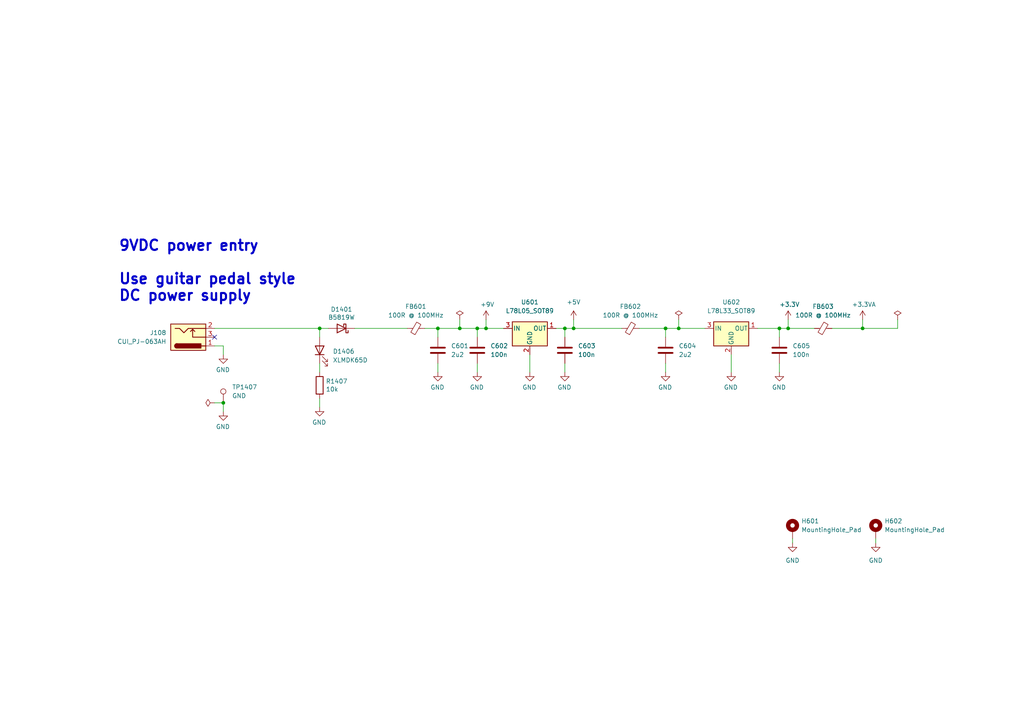
<source format=kicad_sch>
(kicad_sch (version 20230121) (generator eeschema)
  (paper "A4")
  (title_block (title "Ribbon Controller Main Board") (date "2023-03-28") (rev "0") (comment 1 "creativecommons.org/licenses/by/4.0") (comment 2 "license: CC by 4.0") (comment 3 "Author: Jordan Aceto"))
  (lib_symbols
    (symbol "Connector:TestPoint" (pin_numbers hide) (pin_names (offset 0.762) hide)
      (property "Reference" "TP" (at 0 6.858 0))
      (property "Value" "TestPoint" (at 0 5.08 0))
      (symbol "TestPoint_0_1"
        (circle (center 0 3.302) (radius 0.762))
      )
      (symbol "TestPoint_1_1"
        (pin passive line (at 0 0 90) (length 2.54) (name "1") (number "1"))
      )
    )
    (symbol "Device:C" (pin_numbers hide) (pin_names (offset 0.254))
      (property "Reference" "C" (at 0.635 2.54 0))
      (property "Value" "C" (at 0.635 -2.54 0))
      (symbol "C_0_1"
        (polyline (pts (xy -2.032 -0.762) (xy 2.032 -0.762)) (stroke (width 0.508)))
        (polyline (pts (xy -2.032 0.762) (xy 2.032 0.762)) (stroke (width 0.508)))
      )
      (symbol "C_1_1"
        (pin passive line (at 0 3.81 270) (length 2.794) (name "~") (number "1"))
        (pin passive line (at 0 -3.81 90) (length 2.794) (name "~") (number "2"))
      )
    )
    (symbol "Device:D_Schottky" (pin_numbers hide) (pin_names (offset 1.016) hide)
      (property "Reference" "D" (at 0 2.54 0))
      (property "Value" "D_Schottky" (at 0 -2.54 0))
      (symbol "D_Schottky_0_1"
        (polyline (pts (xy 1.27 0) (xy -1.27 0)))
        (polyline (pts (xy 1.27 1.27) (xy 1.27 -1.27) (xy -1.27 0) (xy 1.27 1.27)) (stroke (width 0.254)))
        (polyline (pts (xy -1.905 0.635) (xy -1.905 1.27) (xy -1.27 1.27) (xy -1.27 -1.27) (xy -0.635 -1.27) (xy -0.635 -0.635)) (stroke (width 0.254)))
      )
      (symbol "D_Schottky_1_1"
        (pin passive line (at -3.81 0 0) (length 2.54) (name "K") (number "1"))
        (pin passive line (at 3.81 0 180) (length 2.54) (name "A") (number "2"))
      )
    )
    (symbol "Device:FerriteBead_Small" (pin_numbers hide) (pin_names (offset 0))
      (property "Reference" "FB" (at 1.905 1.27 0))
      (property "Value" "FerriteBead_Small" (at 1.905 -1.27 0))
      (symbol "FerriteBead_Small_0_1"
        (polyline (pts (xy 0 -1.27) (xy 0 -0.7874)))
        (polyline (pts (xy 0 0.889) (xy 0 1.2954)))
        (polyline (pts (xy -1.8288 0.2794) (xy -1.1176 1.4986) (xy 1.8288 -0.2032) (xy 1.1176 -1.4224) (xy -1.8288 0.2794)))
      )
      (symbol "FerriteBead_Small_1_1"
        (pin passive line (at 0 2.54 270) (length 1.27) (name "~") (number "1"))
        (pin passive line (at 0 -2.54 90) (length 1.27) (name "~") (number "2"))
      )
    )
    (symbol "Device:LED" (pin_numbers hide) (pin_names (offset 1.016) hide)
      (property "Reference" "D" (at 0 2.54 0))
      (property "Value" "LED" (at 0 -2.54 0))
      (symbol "LED_0_1"
        (polyline (pts (xy -1.27 -1.27) (xy -1.27 1.27)) (stroke (width 0.254)))
        (polyline (pts (xy -1.27 0) (xy 1.27 0)))
        (polyline (pts (xy 1.27 -1.27) (xy 1.27 1.27) (xy -1.27 0) (xy 1.27 -1.27)) (stroke (width 0.254)))
        (polyline (pts (xy -3.048 -0.762) (xy -4.572 -2.286) (xy -3.81 -2.286) (xy -4.572 -2.286) (xy -4.572 -1.524)))
        (polyline (pts (xy -1.778 -0.762) (xy -3.302 -2.286) (xy -2.54 -2.286) (xy -3.302 -2.286) (xy -3.302 -1.524)))
      )
      (symbol "LED_1_1"
        (pin passive line (at -3.81 0 0) (length 2.54) (name "K") (number "1"))
        (pin passive line (at 3.81 0 180) (length 2.54) (name "A") (number "2"))
      )
    )
    (symbol "Device:R" (pin_numbers hide) (pin_names (offset 0))
      (property "Reference" "R" (at 2.032 0 90))
      (property "Value" "R" (at 0 0 90))
      (symbol "R_0_1"
        (rectangle (start -1.016 -2.54) (end 1.016 2.54) (stroke (width 0.254)))
      )
      (symbol "R_1_1"
        (pin passive line (at 0 3.81 270) (length 1.27) (name "~") (number "1"))
        (pin passive line (at 0 -3.81 90) (length 1.27) (name "~") (number "2"))
      )
    )
    (symbol "Mechanical:MountingHole_Pad" (pin_numbers hide) (pin_names (offset 1.016) hide)
      (property "Reference" "H" (at 0 6.35 0))
      (property "Value" "MountingHole_Pad" (at 0 4.445 0))
      (symbol "MountingHole_Pad_0_1"
        (circle (center 0 1.27) (radius 1.27) (stroke (width 1.27)))
      )
      (symbol "MountingHole_Pad_1_1"
        (pin input line (at 0 -2.54 90) (length 2.54) (name "1") (number "1"))
      )
    )
    (symbol "Regulator_Linear:L78L05_SOT89" (pin_names (offset 0.254))
      (property "Reference" "U" (at -3.81 3.175 0))
      (property "Value" "L78L05_SOT89" (at -0.635 3.175 0))
      (symbol "L78L05_SOT89_0_1"
        (rectangle (start -5.08 1.905) (end 5.08 -5.08) (stroke (width 0.254)) (fill (type background)))
      )
      (symbol "L78L05_SOT89_1_1"
        (pin power_out line (at 7.62 0 180) (length 2.54) (name "OUT") (number "1"))
        (pin power_in line (at 0 -7.62 90) (length 2.54) (name "GND") (number "2"))
        (pin power_in line (at -7.62 0 0) (length 2.54) (name "IN") (number "3"))
      )
    )
    (symbol "Regulator_Linear:L78L33_SOT89" (pin_names (offset 0.254))
      (property "Reference" "U" (at -3.81 3.175 0))
      (property "Value" "L78L33_SOT89" (at -0.635 3.175 0))
      (symbol "L78L33_SOT89_0_1"
        (rectangle (start -5.08 1.905) (end 5.08 -5.08) (stroke (width 0.254)) (fill (type background)))
      )
      (symbol "L78L33_SOT89_1_1"
        (pin power_out line (at 7.62 0 180) (length 2.54) (name "OUT") (number "1"))
        (pin power_in line (at 0 -7.62 90) (length 2.54) (name "GND") (number "2"))
        (pin power_in line (at -7.62 0 0) (length 2.54) (name "IN") (number "3"))
      )
    )
    (symbol "custom_symbols:PJ-011A" (pin_names hide)
      (property "Reference" "J?" (at -6.35 1.2701 0))
      (property "Value" "PJ-011A" (at -6.35 -1.2699 0))
      (symbol "PJ-011A_0_1"
        (rectangle (start -5.08 3.81) (end 5.08 -3.81) (stroke (width 0.254)) (fill (type background)))
        (arc (start -3.302 3.175) (mid -3.9343 2.54) (end -3.302 1.905) (stroke (width 0.254)))
        (arc (start -3.302 3.175) (mid -3.9343 2.54) (end -3.302 1.905) (stroke (width 0.254)) (fill (type outline)))
        (polyline (pts (xy 1.27 -2.286) (xy 1.905 -1.651)) (stroke (width 0.254)))
        (polyline (pts (xy 5.08 2.54) (xy 3.81 2.54)) (stroke (width 0.254)))
        (polyline (pts (xy 5.08 0) (xy 1.27 0) (xy 1.27 -2.286) (xy 0.635 -1.651)) (stroke (width 0.254)))
        (polyline (pts (xy -3.81 -2.54) (xy -2.54 -2.54) (xy -1.27 -1.27) (xy 0 -2.54) (xy 2.54 -2.54) (xy 5.08 -2.54)) (stroke (width 0.254)))
        (rectangle (start 3.683 3.175) (end -3.302 1.905) (stroke (width 0.254)) (fill (type outline)))
      )
      (symbol "PJ-011A_1_1"
        (pin passive line (at 7.62 2.54 180) (length 2.54) (name "~") (number "1"))
        (pin passive line (at 7.62 -2.54 180) (length 2.54) (name "~") (number "2"))
        (pin passive line (at 7.62 0 180) (length 2.54) (name "~") (number "3"))
      )
    )
    (symbol "power:+3.3V" (power) (pin_names (offset 0))
      (property "Value" "+3.3V" (at 0 3.556 0))
      (symbol "+3.3V_0_1"
        (polyline (pts (xy -0.762 1.27) (xy 0 2.54)))
        (polyline (pts (xy 0 0) (xy 0 2.54)))
        (polyline (pts (xy 0 2.54) (xy 0.762 1.27)))
      )
      (symbol "+3.3V_1_1"
        (pin power_in line (at 0 0 90) (length 0) hide (name "+3.3V") (number "1"))
      )
    )
    (symbol "power:+3.3VA" (power) (pin_names (offset 0))
      (property "Value" "+3.3VA" (at 0 3.556 0))
      (symbol "+3.3VA_0_1"
        (polyline (pts (xy -0.762 1.27) (xy 0 2.54)))
        (polyline (pts (xy 0 0) (xy 0 2.54)))
        (polyline (pts (xy 0 2.54) (xy 0.762 1.27)))
      )
      (symbol "+3.3VA_1_1"
        (pin power_in line (at 0 0 90) (length 0) hide (name "+3.3VA") (number "1"))
      )
    )
    (symbol "power:+5V" (power) (pin_names (offset 0))
      (property "Value" "+5V" (at 0 3.556 0))
      (symbol "+5V_0_1"
        (polyline (pts (xy -0.762 1.27) (xy 0 2.54)))
        (polyline (pts (xy 0 0) (xy 0 2.54)))
        (polyline (pts (xy 0 2.54) (xy 0.762 1.27)))
      )
      (symbol "+5V_1_1"
        (pin power_in line (at 0 0 90) (length 0) hide (name "+5V") (number "1"))
      )
    )
    (symbol "power:+9V" (power) (pin_names (offset 0))
      (property "Value" "+9V" (at 0 3.556 0))
      (symbol "+9V_0_1"
        (polyline (pts (xy -0.762 1.27) (xy 0 2.54)))
        (polyline (pts (xy 0 0) (xy 0 2.54)))
        (polyline (pts (xy 0 2.54) (xy 0.762 1.27)))
      )
      (symbol "+9V_1_1"
        (pin power_in line (at 0 0 90) (length 0) hide (name "+9V") (number "1"))
      )
    )
    (symbol "power:GND" (power) (pin_names (offset 0))
      (property "Value" "GND" (at 0 -3.81 0))
      (symbol "GND_0_1"
        (polyline (pts (xy 0 0) (xy 0 -1.27) (xy 1.27 -1.27) (xy 0 -2.54) (xy -1.27 -1.27) (xy 0 -1.27)))
      )
      (symbol "GND_1_1"
        (pin power_in line (at 0 0 270) (length 0) hide (name "GND") (number "1"))
      )
    )
    (symbol "power:PWR_FLAG" (power) (pin_numbers hide) (pin_names (offset 0) hide)
      (property "Value" "PWR_FLAG" (at 0 3.81 0))
      (symbol "PWR_FLAG_0_0"
        (pin power_out line (at 0 0 90) (length 0) (name "pwr") (number "1"))
      )
      (symbol "PWR_FLAG_0_1"
        (polyline (pts (xy 0 0) (xy 0 1.27) (xy -1.016 1.905) (xy 0 2.54) (xy 1.016 1.905) (xy 0 1.27)))
      )
    )
  )
  (junction (at 92.71 95.25))
  (junction (at 196.85 95.25))
  (junction (at 138.43 95.25))
  (junction (at 133.35 95.25))
  (junction (at 127 95.25))
  (junction (at 140.97 95.25))
  (junction (at 226.06 95.25))
  (junction (at 250.19 95.25))
  (junction (at 163.83 95.25))
  (junction (at 228.6 95.25))
  (junction (at 166.37 95.25))
  (junction (at 64.77 116.84))
  (junction (at 193.04 95.25))
  (no_connect (at 62.23 97.79))
  (wire (pts (xy 95.25 95.25) (xy 92.71 95.25)))
  (wire (pts (xy 226.06 95.25) (xy 228.6 95.25)))
  (wire (pts (xy 260.35 92.71) (xy 260.35 95.25)))
  (wire (pts (xy 127 95.25) (xy 133.35 95.25)))
  (wire (pts (xy 196.85 92.71) (xy 196.85 95.25)))
  (wire (pts (xy 138.43 107.95) (xy 138.43 105.41)))
  (wire (pts (xy 127 107.95) (xy 127 105.41)))
  (wire (pts (xy 123.19 95.25) (xy 127 95.25)))
  (wire (pts (xy 250.19 95.25) (xy 250.19 92.71)))
  (wire (pts (xy 102.87 95.25) (xy 118.11 95.25)))
  (wire (pts (xy 138.43 95.25) (xy 140.97 95.25)))
  (wire (pts (xy 133.35 95.25) (xy 133.35 92.71)))
  (wire (pts (xy 62.23 100.33) (xy 64.77 100.33)))
  (wire (pts (xy 163.83 107.95) (xy 163.83 105.41)))
  (wire (pts (xy 228.6 95.25) (xy 236.22 95.25)))
  (wire (pts (xy 226.06 95.25) (xy 219.71 95.25)))
  (wire (pts (xy 226.06 97.79) (xy 226.06 95.25)))
  (wire (pts (xy 138.43 97.79) (xy 138.43 95.25)))
  (wire (pts (xy 193.04 95.25) (xy 196.85 95.25)))
  (wire (pts (xy 166.37 95.25) (xy 180.34 95.25)))
  (wire (pts (xy 196.85 95.25) (xy 204.47 95.25)))
  (wire (pts (xy 254 156.21) (xy 254 157.48)))
  (wire (pts (xy 92.71 105.41) (xy 92.71 107.95)))
  (wire (pts (xy 64.77 116.84) (xy 62.23 116.84)))
  (wire (pts (xy 250.19 95.25) (xy 260.35 95.25)))
  (wire (pts (xy 64.77 119.38) (xy 64.77 116.84)))
  (wire (pts (xy 193.04 95.25) (xy 185.42 95.25)))
  (wire (pts (xy 140.97 95.25) (xy 146.05 95.25)))
  (wire (pts (xy 133.35 95.25) (xy 138.43 95.25)))
  (wire (pts (xy 92.71 118.11) (xy 92.71 115.57)))
  (wire (pts (xy 241.3 95.25) (xy 250.19 95.25)))
  (wire (pts (xy 193.04 107.95) (xy 193.04 105.41)))
  (wire (pts (xy 64.77 102.87) (xy 64.77 100.33)))
  (wire (pts (xy 62.23 95.25) (xy 92.71 95.25)))
  (wire (pts (xy 212.09 107.95) (xy 212.09 102.87)))
  (wire (pts (xy 166.37 92.71) (xy 166.37 95.25)))
  (wire (pts (xy 153.67 107.95) (xy 153.67 102.87)))
  (wire (pts (xy 163.83 97.79) (xy 163.83 95.25)))
  (wire (pts (xy 163.83 95.25) (xy 166.37 95.25)))
  (wire (pts (xy 127 97.79) (xy 127 95.25)))
  (wire (pts (xy 229.87 156.21) (xy 229.87 157.48)))
  (wire (pts (xy 228.6 92.71) (xy 228.6 95.25)))
  (wire (pts (xy 140.97 92.71) (xy 140.97 95.25)))
  (wire (pts (xy 92.71 95.25) (xy 92.71 97.79)))
  (wire (pts (xy 161.29 95.25) (xy 163.83 95.25)))
  (wire (pts (xy 226.06 107.95) (xy 226.06 105.41)))
  (wire (pts (xy 193.04 97.79) (xy 193.04 95.25)))
  (text "9VDC power entry\n\nUse guitar pedal style\nDC power supply" (at 34.29 87.63 0) (effects (font (size 3 3) (thickness 0.6) bold) (justify left bottom)))
  (symbol (lib_id "Device:C") (at 127 101.6 0) (unit 1)
    (property "Reference" "C601" (at 130.81 100.33 0) (effects (justify left)))
    (property "Value" "2u2" (at 130.81 102.87 0) (effects (justify left)))
    (property "Footprint" "Capacitor_SMD:C_0805_2012Metric" (effects hide))
  )
  (symbol (lib_id "Device:C") (at 163.83 101.6 0) (unit 1)
    (property "Reference" "C603" (at 167.64 100.33 0) (effects (justify left)))
    (property "Value" "100n" (at 167.64 102.87 0) (effects (justify left)))
    (property "Footprint" "Capacitor_SMD:C_0603_1608Metric" (effects hide))
  )
  (symbol (lib_id "Mechanical:MountingHole_Pad") (at 254 153.67 0) (unit 1)
    (property "Reference" "H602" (at 256.54 151.13 0) (effects (justify left)))
    (property "Value" "MountingHole_Pad" (at 256.54 153.67 0) (effects (justify left)))
    (property "Footprint" "MountingHole:MountingHole_3.2mm_M3_Pad_Via" (effects hide))
  )
  (symbol (lib_id "Device:C") (at 193.04 101.6 0) (unit 1)
    (property "Reference" "C604" (at 196.85 100.33 0) (effects (justify left)))
    (property "Value" "2u2" (at 196.85 102.87 0) (effects (justify left)))
    (property "Footprint" "Capacitor_SMD:C_0805_2012Metric" (effects hide))
  )
  (symbol (lib_id "power:GND") (at 212.09 107.95 0) (mirror y) (unit 1)
    (property "Reference" "#PWR01301" (effects hide))
    (property "Value" "GND" (at 211.963 112.3442 0))
    (instances (project "micro_pico" (path "" (reference "#PWR01301") (unit 1))) (project "ribbon_controller" (path "" (reference "#PWR0615") (unit 1))))
  )
  (symbol (lib_id "Device:FerriteBead_Small") (at 238.76 95.25 90) (unit 1)
    (property "Reference" "FB603" (at 238.7219 88.9 90))
    (property "Value" "100R @ 100MHz" (at 238.7219 91.44 90))
    (property "Footprint" "Inductor_SMD:L_0805_2012Metric" (effects hide))
  )
  (symbol (lib_id "power:GND") (at 226.06 107.95 0) (mirror y) (unit 1)
    (property "Reference" "#PWR01301" (effects hide))
    (property "Value" "GND" (at 225.933 112.3442 0))
    (instances (project "micro_pico" (path "" (reference "#PWR01301") (unit 1))) (project "ribbon_controller" (path "" (reference "#PWR0616") (unit 1))))
  )
  (symbol (lib_id "Device:D_Schottky") (at 99.06 95.25 180) (unit 1)
    (property "Reference" "D1401" (at 99.06 89.7382 0))
    (property "Value" "B5819W" (at 99.06 92.0496 0))
    (property "Footprint" "Diode_SMD:D_SOD-123" (effects hide))
    (instances (project "micro_pico" (path "" (reference "D1401") (unit 1))) (project "ribbon_controller" (path "" (reference "D602") (unit 1))))
  )
  (symbol (lib_id "power:PWR_FLAG") (at 260.35 92.71 0) (unit 1)
    (property "Reference" "#FLG01005" (effects hide))
    (property "Value" "PWR_FLAG" (effects hide))
  )
  (symbol (lib_id "Device:LED") (at 92.71 101.6 90) (unit 1)
    (property "Reference" "D1406" (at 96.52 101.9174 90) (effects (justify right)))
    (property "Value" "XLMDK65D" (at 96.52 104.4574 90) (effects (justify right)))
    (property "Footprint" "LED_THT:LED_D3.0mm" (effects hide))
    (instances (project "micro_pico" (path "" (reference "D1406") (unit 1))) (project "ribbon_controller" (path "" (reference "D601") (unit 1))))
  )
  (symbol (lib_id "power:PWR_FLAG") (at 62.23 116.84 90) (unit 1)
    (property "Reference" "#FLG0101" (effects hide))
    (property "Value" "PWR_FLAG" (effects hide))
    (instances (project "micro_pico" (path "" (reference "#FLG0101") (unit 1))) (project "ribbon_controller" (path "" (reference "#FLG0602") (unit 1))))
  )
  (symbol (lib_id "power:+9V") (at 140.97 92.71 0) (unit 1)
    (property "Reference" "#PWR01403" (effects hide))
    (property "Value" "+9V" (at 141.351 88.3158 0))
    (instances (project "micro_pico" (path "" (reference "#PWR01403") (unit 1))) (project "ribbon_controller" (path "" (reference "#PWR0609") (unit 1))))
  )
  (symbol (lib_id "Device:C") (at 138.43 101.6 0) (unit 1)
    (property "Reference" "C602" (at 142.24 100.33 0) (effects (justify left)))
    (property "Value" "100n" (at 142.24 102.87 0) (effects (justify left)))
    (property "Footprint" "Capacitor_SMD:C_0603_1608Metric" (effects hide))
  )
  (symbol (lib_id "power:GND") (at 153.67 107.95 0) (mirror y) (unit 1)
    (property "Reference" "#PWR01301" (effects hide))
    (property "Value" "GND" (at 153.543 112.3442 0))
    (instances (project "micro_pico" (path "" (reference "#PWR01301") (unit 1))) (project "ribbon_controller" (path "" (reference "#PWR0612") (unit 1))))
  )
  (symbol (lib_id "power:GND") (at 163.83 107.95 0) (mirror y) (unit 1)
    (property "Reference" "#PWR01301" (effects hide))
    (property "Value" "GND" (at 163.703 112.3442 0))
    (instances (project "micro_pico" (path "" (reference "#PWR01301") (unit 1))) (project "ribbon_controller" (path "" (reference "#PWR0613") (unit 1))))
  )
  (symbol (lib_id "power:PWR_FLAG") (at 133.35 92.71 0) (unit 1)
    (property "Reference" "#FLG0101" (effects hide))
    (property "Value" "PWR_FLAG" (effects hide))
    (instances (project "micro_pico" (path "" (reference "#FLG0101") (unit 1))) (project "ribbon_controller" (path "" (reference "#FLG0601") (unit 1))))
  )
  (symbol (lib_id "power:GND") (at 229.87 157.48 0) (unit 1)
    (property "Reference" "#PWR0619" (effects hide))
    (property "Value" "GND" (at 229.87 162.56 0))
  )
  (symbol (lib_id "Connector:TestPoint") (at 64.77 116.84 0) (unit 1) (in_bom no)
    (property "Reference" "TP1407" (at 67.31 112.2679 0) (effects (justify left)))
    (property "Value" "GND" (at 67.31 114.8079 0) (effects (justify left)))
    (property "Footprint" "TestPoint:TestPoint_Bridge_Pitch7.62mm_Drill1.3mm" (effects hide))
    (instances (project "micro_pico" (path "" (reference "TP1407") (unit 1))) (project "ribbon_controller" (path "" (reference "TP601") (unit 1))))
  )
  (symbol (lib_id "power:GND") (at 64.77 102.87 0) (mirror y) (unit 1)
    (property "Reference" "#PWR01301" (effects hide))
    (property "Value" "GND" (at 64.643 107.2642 0))
    (instances (project "micro_pico" (path "" (reference "#PWR01301") (unit 1))) (project "ribbon_controller" (path "" (reference "#PWR0610") (unit 1))))
  )
  (symbol (lib_id "Device:FerriteBead_Small") (at 182.88 95.25 90) (unit 1)
    (property "Reference" "FB602" (at 182.8419 88.9 90))
    (property "Value" "100R @ 100MHz" (at 182.8419 91.44 90))
    (property "Footprint" "Inductor_SMD:L_0805_2012Metric" (effects hide))
  )
  (symbol (lib_id "power:GND") (at 138.43 107.95 0) (mirror y) (unit 1)
    (property "Reference" "#PWR01301" (effects hide))
    (property "Value" "GND" (at 138.303 112.3442 0))
    (instances (project "micro_pico" (path "" (reference "#PWR01301") (unit 1))) (project "ribbon_controller" (path "" (reference "#PWR0611") (unit 1))))
  )
  (symbol (lib_id "power:+5V") (at 166.37 92.71 0) (unit 1)
    (property "Reference" "#PWR01014" (effects hide))
    (property "Value" "+5V" (at 166.37 87.63 0))
  )
  (symbol (lib_id "custom_symbols:PJ-011A") (at 54.61 97.79 0) (mirror x) (unit 1)
    (property "Reference" "J108" (at 48.26 96.52 0) (effects (justify right)))
    (property "Value" "CUI_PJ-063AH" (at 48.26 99.06 0) (effects (justify right)))
    (property "Footprint" "Connector_BarrelJack:BarrelJack_CUI_PJ-063AH_Horizontal" (effects hide))
    (instances (project "micro_pico" (path "" (reference "J108") (unit 1))) (project "ribbon_controller" (path "" (reference "J601") (unit 1))))
  )
  (symbol (lib_id "Device:R") (at 92.71 111.76 180) (unit 1)
    (property "Reference" "R1407" (at 94.488 110.5916 0) (effects (justify right)))
    (property "Value" "10k" (at 94.488 112.903 0) (effects (justify right)))
    (property "Footprint" "Resistor_SMD:R_0603_1608Metric" (effects hide))
    (instances (project "micro_pico" (path "" (reference "R1407") (unit 1))) (project "ribbon_controller" (path "" (reference "R601") (unit 1))))
  )
  (symbol (lib_id "power:GND") (at 254 157.48 0) (unit 1)
    (property "Reference" "#PWR0617" (effects hide))
    (property "Value" "GND" (at 254 162.56 0))
  )
  (symbol (lib_id "Device:FerriteBead_Small") (at 120.65 95.25 90) (unit 1)
    (property "Reference" "FB601" (at 120.6119 88.9 90))
    (property "Value" "100R @ 100MHz" (at 120.6119 91.44 90))
    (property "Footprint" "Inductor_SMD:L_0805_2012Metric" (effects hide))
  )
  (symbol (lib_id "Device:C") (at 226.06 101.6 0) (unit 1)
    (property "Reference" "C605" (at 229.87 100.33 0) (effects (justify left)))
    (property "Value" "100n" (at 229.87 102.87 0) (effects (justify left)))
    (property "Footprint" "Capacitor_SMD:C_0603_1608Metric" (effects hide))
  )
  (symbol (lib_id "Regulator_Linear:L78L33_SOT89") (at 212.09 95.25 0) (unit 1)
    (property "Reference" "U602" (at 212.09 87.63 0))
    (property "Value" "L78L33_SOT89" (at 212.09 90.17 0))
    (property "Footprint" "Package_TO_SOT_SMD:SOT-89-3" (effects hide))
    (property "Datasheet" "http://www.st.com/content/ccc/resource/technical/document/datasheet/15/55/e5/aa/23/5b/43/fd/CD00000446.pdf/files/CD00000446.pdf/jcr:content/translations/en.CD00000446.pdf" (effects hide))
  )
  (symbol (lib_id "power:+3.3VA") (at 250.19 92.71 0) (unit 1)
    (property "Reference" "#PWR01021" (effects hide))
    (property "Value" "+3.3VA" (at 250.571 88.3158 0))
  )
  (symbol (lib_id "power:GND") (at 92.71 118.11 0) (mirror y) (unit 1)
    (property "Reference" "#PWR01301" (effects hide))
    (property "Value" "GND" (at 92.583 122.5042 0))
    (instances (project "micro_pico" (path "" (reference "#PWR01301") (unit 1))) (project "ribbon_controller" (path "" (reference "#PWR0608") (unit 1))))
  )
  (symbol (lib_id "power:GND") (at 64.77 119.38 0) (mirror y) (unit 1)
    (property "Reference" "#PWR01308" (effects hide))
    (property "Value" "GND" (at 64.643 123.7742 0))
    (instances (project "micro_pico" (path "" (reference "#PWR01308") (unit 1))) (project "ribbon_controller" (path "" (reference "#PWR0607") (unit 1))))
  )
  (symbol (lib_id "power:GND") (at 127 107.95 0) (mirror y) (unit 1)
    (property "Reference" "#PWR01301" (effects hide))
    (property "Value" "GND" (at 126.873 112.3442 0))
    (instances (project "micro_pico" (path "" (reference "#PWR01301") (unit 1))) (project "ribbon_controller" (path "" (reference "#PWR0618") (unit 1))))
  )
  (symbol (lib_id "Regulator_Linear:L78L05_SOT89") (at 153.67 95.25 0) (unit 1)
    (property "Reference" "U601" (at 153.67 87.63 0))
    (property "Value" "L78L05_SOT89" (at 153.67 90.17 0))
    (property "Footprint" "Package_TO_SOT_SMD:SOT-89-3" (effects hide))
    (property "Datasheet" "http://www.st.com/content/ccc/resource/technical/document/datasheet/15/55/e5/aa/23/5b/43/fd/CD00000446.pdf/files/CD00000446.pdf/jcr:content/translations/en.CD00000446.pdf" (effects hide))
  )
  (symbol (lib_id "power:GND") (at 193.04 107.95 0) (mirror y) (unit 1)
    (property "Reference" "#PWR01301" (effects hide))
    (property "Value" "GND" (at 192.913 112.3442 0))
    (instances (project "micro_pico" (path "" (reference "#PWR01301") (unit 1))) (project "ribbon_controller" (path "" (reference "#PWR0614") (unit 1))))
  )
  (symbol (lib_id "power:PWR_FLAG") (at 196.85 92.71 0) (unit 1)
    (property "Reference" "#FLG01004" (effects hide))
    (property "Value" "PWR_FLAG" (effects hide))
  )
  (symbol (lib_id "Mechanical:MountingHole_Pad") (at 229.87 153.67 0) (unit 1)
    (property "Reference" "H601" (at 232.41 151.13 0) (effects (justify left)))
    (property "Value" "MountingHole_Pad" (at 232.41 153.67 0) (effects (justify left)))
    (property "Footprint" "MountingHole:MountingHole_3.2mm_M3_Pad_Via" (effects hide))
  )
  (symbol (lib_id "power:+3.3V") (at 228.6 92.71 0) (unit 1)
    (property "Reference" "#PWR01020" (effects hide))
    (property "Value" "+3.3V" (at 228.981 88.3158 0))
  )
)
</source>
